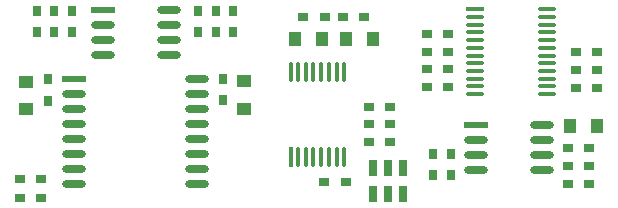
<source format=gtp>
%FSTAX23Y23*%
%MOIN*%
%SFA1B1*%

%IPPOS*%
%ADD12R,0.035400X0.031500*%
%ADD13R,0.031500X0.035400*%
%ADD14R,0.080000X0.024000*%
%ADD15O,0.080000X0.024000*%
%ADD16R,0.041300X0.051200*%
%ADD17R,0.051200X0.041300*%
%ADD18O,0.060000X0.015000*%
%ADD19R,0.060000X0.015000*%
%ADD20O,0.080000X0.025000*%
%ADD21O,0.015700X0.066900*%
%ADD22R,0.015700X0.066900*%
%ADD23R,0.027600X0.057100*%
%LNcn0349-1*%
%LPD*%
G54D12*
X01365Y00114D03*
X01294D03*
X02176Y00169D03*
X02105D03*
X01443Y00249D03*
X01513D03*
X01443Y00308D03*
X01513D03*
X01295Y00665D03*
X01224D03*
X0028Y00127D03*
X00351D03*
Y00061D03*
X0028D03*
X01358Y00665D03*
X01428D03*
X02176Y00228D03*
X02105D03*
X01635Y00609D03*
X01705D03*
X01635Y00549D03*
X01705D03*
X01706Y00491D03*
X01635D03*
X02203Y0043D03*
X02132D03*
X01635Y00432D03*
X01705D03*
X02203Y00489D03*
X02132D03*
X02203Y00548D03*
X02132D03*
X02105Y0011D03*
X02175D03*
X01443Y00367D03*
X01513D03*
G54D13*
X00453Y00617D03*
Y00687D03*
X00932Y00616D03*
Y00686D03*
X00991Y00616D03*
Y00686D03*
X01658Y00209D03*
Y00138D03*
X01717Y00138D03*
Y00208D03*
X00955Y0046D03*
Y00389D03*
X00374Y00458D03*
Y00387D03*
X00394Y00617D03*
Y00687D03*
X00335Y00617D03*
Y00687D03*
X00873Y00616D03*
Y00686D03*
G54D14*
X00556Y00688D03*
X01801Y00304D03*
X0046Y0046D03*
G54D15*
X00556Y00638D03*
Y00588D03*
Y00538D03*
X00776D03*
Y00588D03*
Y00638D03*
Y00688D03*
X01801Y00254D03*
Y00204D03*
Y00154D03*
X02021D03*
Y00204D03*
Y00254D03*
Y00304D03*
X00869Y0011D03*
X0046D03*
Y0041D03*
Y0026D03*
Y0016D03*
X00869Y0021D03*
Y0031D03*
Y0036D03*
Y0041D03*
Y0046D03*
X0046Y0031D03*
X00869Y0026D03*
Y0016D03*
X0046Y0021D03*
G54D16*
X01196Y00592D03*
X01288D03*
X01458D03*
X01365D03*
X02112Y00301D03*
X02204D03*
G54D17*
X01028Y0036D03*
Y00452D03*
X00301Y00358D03*
Y0045D03*
G54D18*
X02035Y00409D03*
Y00435D03*
Y0046D03*
Y00486D03*
X01798Y00665D03*
Y00614D03*
Y00588D03*
Y00563D03*
Y00537D03*
X02035Y00691D03*
Y00665D03*
Y00639D03*
Y00614D03*
Y00588D03*
Y00563D03*
Y00537D03*
X01798Y00639D03*
Y00511D03*
X02035D03*
X01798Y00486D03*
Y0046D03*
Y00435D03*
Y00409D03*
G54D19*
X01798Y00691D03*
G54D20*
X0046Y0036D03*
G54D21*
X01182Y00483D03*
X01207D03*
X01233D03*
X01258D03*
X01284D03*
X0131D03*
X01335D03*
X01361D03*
X01207Y00198D03*
X01233D03*
X01258D03*
X01284D03*
X0131D03*
X01335D03*
X01361D03*
G54D22*
X01182Y00198D03*
G54D23*
X01457Y00074D03*
X01507D03*
X01557D03*
Y00163D03*
X01507D03*
X01457D03*
M02*
</source>
